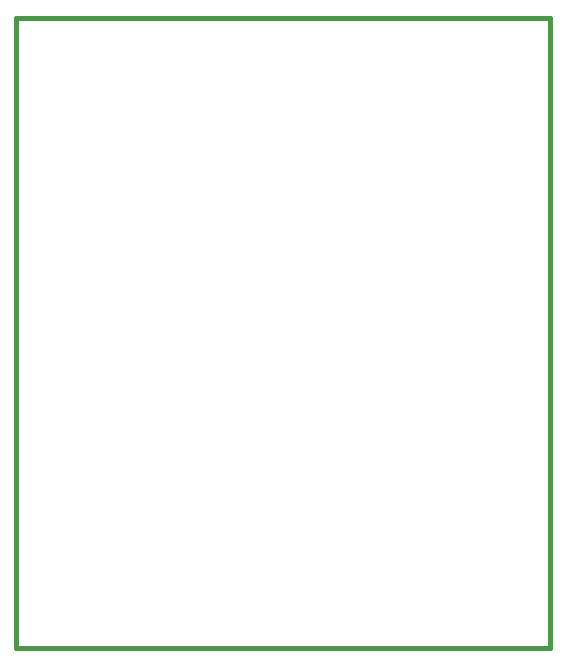
<source format=gbr>
G04 (created by PCBNEW-RS274X (2011-07-19)-testing) date Tue 12 Jun 2012 01:26:16 PM PDT*
G01*
G70*
G90*
%MOIN*%
G04 Gerber Fmt 3.4, Leading zero omitted, Abs format*
%FSLAX34Y34*%
G04 APERTURE LIST*
%ADD10C,0.006000*%
%ADD11C,0.015000*%
G04 APERTURE END LIST*
G54D10*
G54D11*
X57850Y-51500D02*
X57850Y-30500D01*
X75650Y-51500D02*
X57850Y-51500D01*
X75650Y-30500D02*
X75650Y-51500D01*
X57850Y-30500D02*
X75650Y-30500D01*
M02*

</source>
